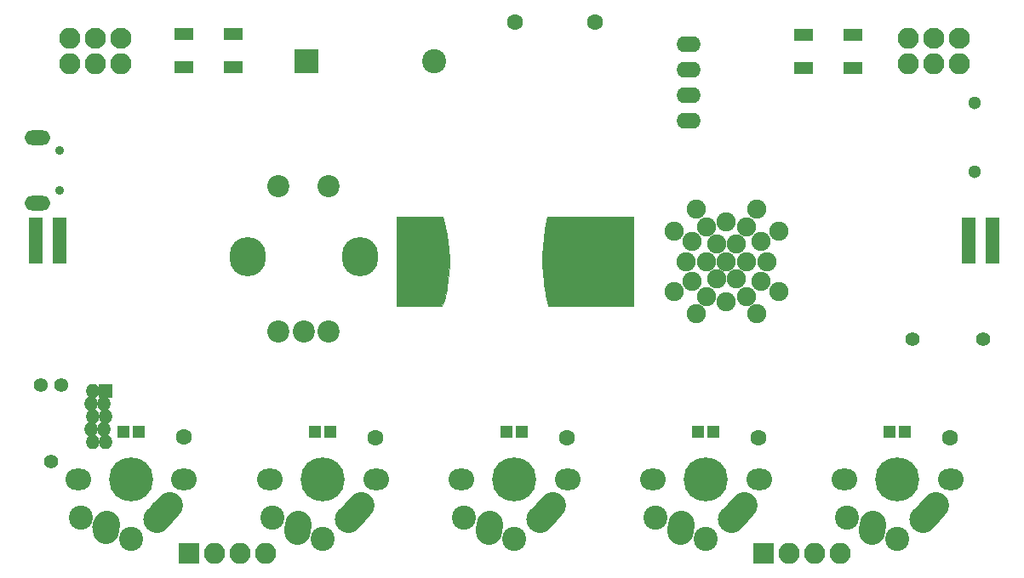
<source format=gts>
G04 #@! TF.GenerationSoftware,KiCad,Pcbnew,(5.1.0)-1*
G04 #@! TF.CreationDate,2019-06-03T00:00:13-06:00*
G04 #@! TF.ProjectId,laser-theremin,6c617365-722d-4746-9865-72656d696e2e,rev?*
G04 #@! TF.SameCoordinates,Original*
G04 #@! TF.FileFunction,Soldermask,Top*
G04 #@! TF.FilePolarity,Negative*
%FSLAX46Y46*%
G04 Gerber Fmt 4.6, Leading zero omitted, Abs format (unit mm)*
G04 Created by KiCad (PCBNEW (5.1.0)-1) date 2019-06-03 00:00:13*
%MOMM*%
%LPD*%
G04 APERTURE LIST*
%ADD10C,0.010000*%
%ADD11C,2.200000*%
%ADD12O,3.600000X3.900000*%
%ADD13C,1.385520*%
%ADD14C,1.388060*%
%ADD15C,2.650000*%
%ADD16C,2.650000*%
%ADD17O,2.550000X2.150000*%
%ADD18C,1.600000*%
%ADD19C,2.400000*%
%ADD20C,4.387800*%
%ADD21R,2.400000X2.400000*%
%ADD22C,2.100000*%
%ADD23O,2.100000X2.100000*%
%ADD24C,1.300000*%
%ADD25R,1.400000X0.950000*%
%ADD26O,2.550000X1.450000*%
%ADD27C,0.900000*%
%ADD28R,1.898600X1.299160*%
%ADD29R,1.162000X1.289000*%
%ADD30O,2.400000X1.600000*%
%ADD31C,1.400000*%
%ADD32R,2.100000X2.100000*%
%ADD33C,1.900000*%
%ADD34O,1.400000X1.400000*%
%ADD35R,1.400000X1.400000*%
G04 APERTURE END LIST*
D10*
G36*
X139938595Y-87488031D02*
G01*
X140018501Y-87752614D01*
X140217020Y-88482111D01*
X140376750Y-89225886D01*
X140497447Y-89980711D01*
X140578865Y-90743355D01*
X140620759Y-91510591D01*
X140622883Y-92279188D01*
X140584993Y-93045917D01*
X140506844Y-93807550D01*
X140488482Y-93943864D01*
X140432867Y-94302546D01*
X140364567Y-94677439D01*
X140286104Y-95057078D01*
X140200000Y-95430000D01*
X140108776Y-95784741D01*
X140014953Y-96109838D01*
X140004879Y-96142347D01*
X139928002Y-96388614D01*
X135378625Y-96388614D01*
X135378625Y-87477257D01*
X139938595Y-87488031D01*
X139938595Y-87488031D01*
G37*
X139938595Y-87488031D02*
X140018501Y-87752614D01*
X140217020Y-88482111D01*
X140376750Y-89225886D01*
X140497447Y-89980711D01*
X140578865Y-90743355D01*
X140620759Y-91510591D01*
X140622883Y-92279188D01*
X140584993Y-93045917D01*
X140506844Y-93807550D01*
X140488482Y-93943864D01*
X140432867Y-94302546D01*
X140364567Y-94677439D01*
X140286104Y-95057078D01*
X140200000Y-95430000D01*
X140108776Y-95784741D01*
X140014953Y-96109838D01*
X140004879Y-96142347D01*
X139928002Y-96388614D01*
X135378625Y-96388614D01*
X135378625Y-87477257D01*
X139938595Y-87488031D01*
G36*
X158944644Y-96369375D02*
G01*
X150500776Y-96369375D01*
X150480000Y-96290000D01*
X150405313Y-95988421D01*
X150331182Y-95658318D01*
X150260503Y-95313435D01*
X150196173Y-94967516D01*
X150173004Y-94832761D01*
X150048750Y-93966874D01*
X149965343Y-93096793D01*
X149922728Y-92224868D01*
X149920852Y-91353451D01*
X149959661Y-90484891D01*
X150039100Y-89621541D01*
X150159115Y-88765749D01*
X150319652Y-87919867D01*
X150333720Y-87855083D01*
X150420693Y-87458208D01*
X158944644Y-87458208D01*
X158944644Y-96369375D01*
X158944644Y-96369375D01*
G37*
X158944644Y-96369375D02*
X150500776Y-96369375D01*
X150480000Y-96290000D01*
X150405313Y-95988421D01*
X150331182Y-95658318D01*
X150260503Y-95313435D01*
X150196173Y-94967516D01*
X150173004Y-94832761D01*
X150048750Y-93966874D01*
X149965343Y-93096793D01*
X149922728Y-92224868D01*
X149920852Y-91353451D01*
X149959661Y-90484891D01*
X150039100Y-89621541D01*
X150159115Y-88765749D01*
X150319652Y-87919867D01*
X150333720Y-87855083D01*
X150420693Y-87458208D01*
X158944644Y-87458208D01*
X158944644Y-96369375D01*
D11*
X126170000Y-98930000D03*
X128670000Y-84430000D03*
X123670000Y-84430000D03*
X123670000Y-98930000D03*
X128670000Y-98930000D03*
D12*
X131770000Y-91430000D03*
X120570000Y-91430000D03*
D13*
X99974000Y-104250000D03*
X102006000Y-104250000D03*
D14*
X100990000Y-111870000D03*
D15*
X106480000Y-118390000D03*
D16*
X106505506Y-118015868D02*
X106454494Y-118764132D01*
D17*
X114270000Y-113640000D03*
X103710000Y-113640000D03*
D18*
X114210000Y-109440000D03*
D19*
X108990000Y-119540000D03*
X103990000Y-117440000D03*
D15*
X111490000Y-117640000D03*
D20*
X108990000Y-113640000D03*
D15*
X112145005Y-116910004D03*
D16*
X112800000Y-116180000D02*
X111490010Y-117640008D01*
D15*
X125555000Y-118410000D03*
D16*
X125580506Y-118035868D02*
X125529494Y-118784132D01*
D17*
X133345000Y-113660000D03*
X122785000Y-113660000D03*
D18*
X133285000Y-109460000D03*
D19*
X128065000Y-119560000D03*
X123065000Y-117460000D03*
D15*
X130565000Y-117660000D03*
D20*
X128065000Y-113660000D03*
D15*
X131220005Y-116930004D03*
D16*
X131875000Y-116200000D02*
X130565010Y-117660008D01*
D15*
X144605000Y-118410000D03*
D16*
X144630506Y-118035868D02*
X144579494Y-118784132D01*
D17*
X152395000Y-113660000D03*
X141835000Y-113660000D03*
D18*
X152335000Y-109460000D03*
D19*
X147115000Y-119560000D03*
X142115000Y-117460000D03*
D15*
X149615000Y-117660000D03*
D20*
X147115000Y-113660000D03*
D15*
X150270005Y-116930004D03*
D16*
X150925000Y-116200000D02*
X149615010Y-117660008D01*
D15*
X163655000Y-118410000D03*
D16*
X163680506Y-118035868D02*
X163629494Y-118784132D01*
D17*
X171445000Y-113660000D03*
X160885000Y-113660000D03*
D18*
X171385000Y-109460000D03*
D19*
X166165000Y-119560000D03*
X161165000Y-117460000D03*
D15*
X168665000Y-117660000D03*
D20*
X166165000Y-113660000D03*
D15*
X169320005Y-116930004D03*
D16*
X169975000Y-116200000D02*
X168665010Y-117660008D01*
D15*
X182705000Y-118410000D03*
D16*
X182730506Y-118035868D02*
X182679494Y-118784132D01*
D17*
X190495000Y-113660000D03*
X179935000Y-113660000D03*
D18*
X190435000Y-109460000D03*
D19*
X185215000Y-119560000D03*
X180215000Y-117460000D03*
D15*
X187715000Y-117660000D03*
D20*
X185215000Y-113660000D03*
D15*
X188370005Y-116930004D03*
D16*
X189025000Y-116200000D02*
X187715010Y-117660008D01*
D19*
X139150000Y-72000000D03*
D21*
X126450000Y-72000000D03*
D22*
X191340000Y-69710000D03*
D23*
X191340000Y-72250000D03*
D22*
X188800000Y-69710000D03*
D23*
X188800000Y-72250000D03*
X186260000Y-69710000D03*
X186260000Y-72250000D03*
D22*
X107990000Y-69710000D03*
D23*
X107990000Y-72250000D03*
D22*
X105450000Y-69710000D03*
D23*
X105450000Y-72250000D03*
X102910000Y-69710000D03*
X102910000Y-72250000D03*
D18*
X155130000Y-68090000D03*
X147150000Y-68090000D03*
D24*
X192860000Y-76170000D03*
X192860000Y-82970000D03*
D25*
X99510000Y-91750000D03*
X99510000Y-91000000D03*
X99510000Y-90250000D03*
X99510000Y-89500000D03*
X99510000Y-88750000D03*
X99510000Y-88000000D03*
X101910000Y-91750000D03*
X101910000Y-89500000D03*
X101910000Y-88750000D03*
X101910000Y-88000000D03*
X101910000Y-90250000D03*
X101910000Y-91000000D03*
X194670000Y-91000000D03*
X194670000Y-90250000D03*
X194670000Y-88000000D03*
X194670000Y-88750000D03*
X194670000Y-89500000D03*
X194670000Y-91750000D03*
X192270000Y-88000000D03*
X192270000Y-88750000D03*
X192270000Y-89500000D03*
X192270000Y-90250000D03*
X192270000Y-91000000D03*
X192270000Y-91750000D03*
D26*
X99650000Y-79645000D03*
D27*
X101850000Y-80870000D03*
X101850000Y-84870000D03*
D26*
X99650000Y-86095000D03*
D28*
X114231440Y-69301540D03*
X114231440Y-72598460D03*
X119128560Y-72598460D03*
X119128560Y-69301540D03*
X180778560Y-69371540D03*
X180778560Y-72668460D03*
X175881440Y-72668460D03*
X175881440Y-69371540D03*
D29*
X109782000Y-108910000D03*
X108258000Y-108910000D03*
X127303000Y-108910000D03*
X128827000Y-108910000D03*
X147877000Y-108910000D03*
X146353000Y-108910000D03*
X165403000Y-108910000D03*
X166927000Y-108910000D03*
X184453000Y-108910000D03*
X185977000Y-108910000D03*
D30*
X164430000Y-70340000D03*
X164430000Y-72880000D03*
X164430000Y-75420000D03*
X164430000Y-77960000D03*
D31*
X186707420Y-99710000D03*
X193707660Y-99710000D03*
D32*
X171870000Y-121040000D03*
D23*
X174410000Y-121040000D03*
X176950000Y-121040000D03*
X179490000Y-121040000D03*
X122350000Y-121050000D03*
X119810000Y-121050000D03*
X117270000Y-121050000D03*
D32*
X114730000Y-121050000D03*
D33*
X164210000Y-91960000D03*
X164745898Y-89960000D03*
X166210000Y-88495898D03*
X168210000Y-87960000D03*
X170210000Y-88495898D03*
X171674102Y-89960000D03*
X172210000Y-91960000D03*
X171674102Y-93960000D03*
X170210000Y-95424102D03*
X168210000Y-95960000D03*
X166210000Y-95424102D03*
X164745898Y-93960000D03*
X168210000Y-91960000D03*
X166210000Y-91960000D03*
X167210000Y-90227949D03*
X169210000Y-90227949D03*
X170210000Y-91960000D03*
X169210000Y-93692051D03*
X167210000Y-93692051D03*
X163013848Y-88960000D03*
X165210000Y-86763848D03*
X171210000Y-86763848D03*
X173406152Y-88960000D03*
X173406152Y-94960000D03*
X171210000Y-97156152D03*
X165210000Y-97156152D03*
X163013848Y-94960000D03*
D34*
X105170000Y-109940000D03*
X106440000Y-109940000D03*
X104970000Y-108670000D03*
X106240000Y-108670000D03*
X105170000Y-107400000D03*
X106440000Y-107400000D03*
X104970000Y-106130000D03*
X106240000Y-106130000D03*
X105170000Y-104860000D03*
D35*
X106440000Y-104860000D03*
M02*

</source>
